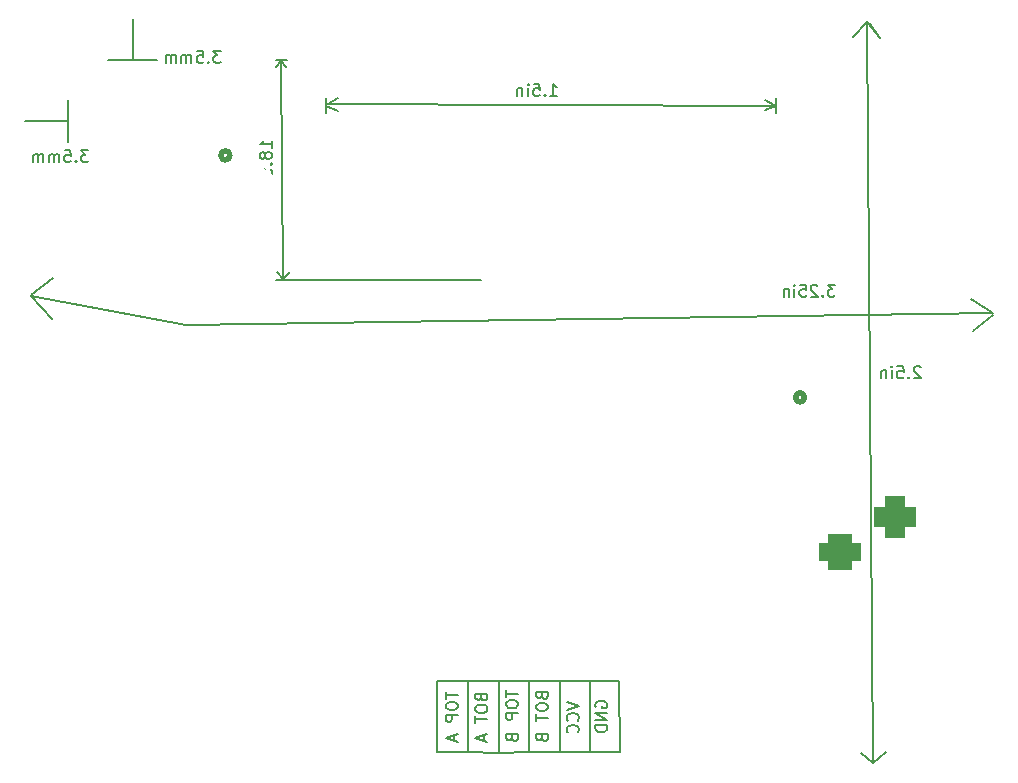
<source format=gbo>
G04 #@! TF.GenerationSoftware,KiCad,Pcbnew,8.0.4*
G04 #@! TF.CreationDate,2024-11-20T17:04:54-05:00*
G04 #@! TF.ProjectId,big_hbridge,6269675f-6862-4726-9964-67652e6b6963,rev?*
G04 #@! TF.SameCoordinates,Original*
G04 #@! TF.FileFunction,Legend,Bot*
G04 #@! TF.FilePolarity,Positive*
%FSLAX46Y46*%
G04 Gerber Fmt 4.6, Leading zero omitted, Abs format (unit mm)*
G04 Created by KiCad (PCBNEW 8.0.4) date 2024-11-20 17:04:54*
%MOMM*%
%LPD*%
G01*
G04 APERTURE LIST*
G04 Aperture macros list*
%AMRoundRect*
0 Rectangle with rounded corners*
0 $1 Rounding radius*
0 $2 $3 $4 $5 $6 $7 $8 $9 X,Y pos of 4 corners*
0 Add a 4 corners polygon primitive as box body*
4,1,4,$2,$3,$4,$5,$6,$7,$8,$9,$2,$3,0*
0 Add four circle primitives for the rounded corners*
1,1,$1+$1,$2,$3*
1,1,$1+$1,$4,$5*
1,1,$1+$1,$6,$7*
1,1,$1+$1,$8,$9*
0 Add four rect primitives between the rounded corners*
20,1,$1+$1,$2,$3,$4,$5,0*
20,1,$1+$1,$4,$5,$6,$7,0*
20,1,$1+$1,$6,$7,$8,$9,0*
20,1,$1+$1,$8,$9,$2,$3,0*%
G04 Aperture macros list end*
%ADD10C,0.150000*%
%ADD11C,0.508000*%
%ADD12O,4.000000X5.500000*%
%ADD13R,3.500000X3.500000*%
%ADD14RoundRect,0.750000X1.000000X-0.750000X1.000000X0.750000X-1.000000X0.750000X-1.000000X-0.750000X0*%
%ADD15RoundRect,0.875000X0.875000X-0.875000X0.875000X0.875000X-0.875000X0.875000X-0.875000X-0.875000X0*%
%ADD16C,2.000000*%
%ADD17R,1.700000X1.700000*%
%ADD18O,1.700000X1.700000*%
%ADD19C,6.000000*%
G04 APERTURE END LIST*
D10*
X71800000Y-63100000D02*
X72900000Y-62100000D01*
X21800000Y-22100000D02*
X21300000Y-21500000D01*
X9100000Y-3500000D02*
X9100000Y-100000D01*
X21200000Y-22200000D02*
X38600000Y-22200000D01*
X63600000Y-8000000D02*
X63600000Y-6800000D01*
X7000000Y-3500000D02*
X11200000Y-3500000D01*
X21700000Y-3500000D02*
X21800000Y-22100000D01*
X72400000Y-1700000D02*
X71300000Y-300000D01*
X71500000Y-500000D02*
X72400000Y-1700000D01*
X34850000Y-56100000D02*
X34900000Y-62150000D01*
X42700000Y-62150000D02*
X42650000Y-56150000D01*
X37500000Y-56100000D02*
X40100000Y-56100000D01*
X40100000Y-62200000D02*
X37500000Y-62150000D01*
X34850000Y-56100000D02*
X37500000Y-56100000D01*
X63600000Y-7400000D02*
X62600000Y-6900000D01*
X22200000Y-3500000D02*
X21200000Y-3500000D01*
X71800000Y-63100000D02*
X71300000Y-300000D01*
X70100000Y-1600000D02*
X71300000Y-300000D01*
X50350000Y-62150000D02*
X47800000Y-62150000D01*
X37500000Y-62150000D02*
X37500000Y-56100000D01*
X13600000Y-26000000D02*
X81900000Y-25000000D01*
X40100000Y-56100000D02*
X40100000Y-62200000D01*
X13600000Y-26000000D02*
X500000Y-23500000D01*
X21700000Y-3600000D02*
X22100000Y-4100000D01*
X25500000Y-7400000D02*
X26500000Y-7900000D01*
X25500000Y-7300000D02*
X63600000Y-7400000D01*
X21800000Y-22100000D02*
X22400000Y-21500000D01*
X40100000Y-56100000D02*
X42650000Y-56150000D01*
X34900000Y-62150000D02*
X37500000Y-62150000D01*
X47800000Y-56150000D02*
X50250000Y-56150000D01*
X475000Y-23400000D02*
X2325000Y-22000000D01*
X525000Y-23550000D02*
X2275000Y-25450000D01*
X45300000Y-56150000D02*
X45250000Y-62150000D01*
X45300000Y-56150000D02*
X47800000Y-56150000D01*
X42650000Y-56150000D02*
X45300000Y-56150000D01*
X50250000Y-56150000D02*
X50350000Y-62150000D01*
X25600000Y-7300000D02*
X26500000Y-6800000D01*
X25500000Y-8000000D02*
X25500000Y-6800000D01*
X81975000Y-25100000D02*
X80225000Y-26500000D01*
X21700000Y-3600000D02*
X21200000Y-4100000D01*
X45250000Y-62150000D02*
X47850000Y-62150000D01*
X71800000Y-63100000D02*
X70800000Y-62200000D01*
X47800000Y-62150000D02*
X47800000Y-56150000D01*
X63600000Y-7400000D02*
X62600000Y-7800000D01*
X3600000Y-6900000D02*
X3600000Y-10500000D01*
X45250000Y-62150000D02*
X42700000Y-62150000D01*
X40100000Y-62200000D02*
X42700000Y-62150000D01*
X81925000Y-25000000D02*
X80075000Y-23800000D01*
X3600000Y-8700000D02*
X0Y-8700000D01*
X16558458Y-2769819D02*
X15939411Y-2769819D01*
X15939411Y-2769819D02*
X16272744Y-3150771D01*
X16272744Y-3150771D02*
X16129887Y-3150771D01*
X16129887Y-3150771D02*
X16034649Y-3198390D01*
X16034649Y-3198390D02*
X15987030Y-3246009D01*
X15987030Y-3246009D02*
X15939411Y-3341247D01*
X15939411Y-3341247D02*
X15939411Y-3579342D01*
X15939411Y-3579342D02*
X15987030Y-3674580D01*
X15987030Y-3674580D02*
X16034649Y-3722200D01*
X16034649Y-3722200D02*
X16129887Y-3769819D01*
X16129887Y-3769819D02*
X16415601Y-3769819D01*
X16415601Y-3769819D02*
X16510839Y-3722200D01*
X16510839Y-3722200D02*
X16558458Y-3674580D01*
X15510839Y-3674580D02*
X15463220Y-3722200D01*
X15463220Y-3722200D02*
X15510839Y-3769819D01*
X15510839Y-3769819D02*
X15558458Y-3722200D01*
X15558458Y-3722200D02*
X15510839Y-3674580D01*
X15510839Y-3674580D02*
X15510839Y-3769819D01*
X14558459Y-2769819D02*
X15034649Y-2769819D01*
X15034649Y-2769819D02*
X15082268Y-3246009D01*
X15082268Y-3246009D02*
X15034649Y-3198390D01*
X15034649Y-3198390D02*
X14939411Y-3150771D01*
X14939411Y-3150771D02*
X14701316Y-3150771D01*
X14701316Y-3150771D02*
X14606078Y-3198390D01*
X14606078Y-3198390D02*
X14558459Y-3246009D01*
X14558459Y-3246009D02*
X14510840Y-3341247D01*
X14510840Y-3341247D02*
X14510840Y-3579342D01*
X14510840Y-3579342D02*
X14558459Y-3674580D01*
X14558459Y-3674580D02*
X14606078Y-3722200D01*
X14606078Y-3722200D02*
X14701316Y-3769819D01*
X14701316Y-3769819D02*
X14939411Y-3769819D01*
X14939411Y-3769819D02*
X15034649Y-3722200D01*
X15034649Y-3722200D02*
X15082268Y-3674580D01*
X14082268Y-3769819D02*
X14082268Y-3103152D01*
X14082268Y-3198390D02*
X14034649Y-3150771D01*
X14034649Y-3150771D02*
X13939411Y-3103152D01*
X13939411Y-3103152D02*
X13796554Y-3103152D01*
X13796554Y-3103152D02*
X13701316Y-3150771D01*
X13701316Y-3150771D02*
X13653697Y-3246009D01*
X13653697Y-3246009D02*
X13653697Y-3769819D01*
X13653697Y-3246009D02*
X13606078Y-3150771D01*
X13606078Y-3150771D02*
X13510840Y-3103152D01*
X13510840Y-3103152D02*
X13367983Y-3103152D01*
X13367983Y-3103152D02*
X13272744Y-3150771D01*
X13272744Y-3150771D02*
X13225125Y-3246009D01*
X13225125Y-3246009D02*
X13225125Y-3769819D01*
X12748935Y-3769819D02*
X12748935Y-3103152D01*
X12748935Y-3198390D02*
X12701316Y-3150771D01*
X12701316Y-3150771D02*
X12606078Y-3103152D01*
X12606078Y-3103152D02*
X12463221Y-3103152D01*
X12463221Y-3103152D02*
X12367983Y-3150771D01*
X12367983Y-3150771D02*
X12320364Y-3246009D01*
X12320364Y-3246009D02*
X12320364Y-3769819D01*
X12320364Y-3246009D02*
X12272745Y-3150771D01*
X12272745Y-3150771D02*
X12177507Y-3103152D01*
X12177507Y-3103152D02*
X12034650Y-3103152D01*
X12034650Y-3103152D02*
X11939411Y-3150771D01*
X11939411Y-3150771D02*
X11891792Y-3246009D01*
X11891792Y-3246009D02*
X11891792Y-3769819D01*
X35619819Y-57043922D02*
X35619819Y-57615350D01*
X36619819Y-57329636D02*
X35619819Y-57329636D01*
X35619819Y-58139160D02*
X35619819Y-58329636D01*
X35619819Y-58329636D02*
X35667438Y-58424874D01*
X35667438Y-58424874D02*
X35762676Y-58520112D01*
X35762676Y-58520112D02*
X35953152Y-58567731D01*
X35953152Y-58567731D02*
X36286485Y-58567731D01*
X36286485Y-58567731D02*
X36476961Y-58520112D01*
X36476961Y-58520112D02*
X36572200Y-58424874D01*
X36572200Y-58424874D02*
X36619819Y-58329636D01*
X36619819Y-58329636D02*
X36619819Y-58139160D01*
X36619819Y-58139160D02*
X36572200Y-58043922D01*
X36572200Y-58043922D02*
X36476961Y-57948684D01*
X36476961Y-57948684D02*
X36286485Y-57901065D01*
X36286485Y-57901065D02*
X35953152Y-57901065D01*
X35953152Y-57901065D02*
X35762676Y-57948684D01*
X35762676Y-57948684D02*
X35667438Y-58043922D01*
X35667438Y-58043922D02*
X35619819Y-58139160D01*
X36619819Y-58996303D02*
X35619819Y-58996303D01*
X35619819Y-58996303D02*
X35619819Y-59377255D01*
X35619819Y-59377255D02*
X35667438Y-59472493D01*
X35667438Y-59472493D02*
X35715057Y-59520112D01*
X35715057Y-59520112D02*
X35810295Y-59567731D01*
X35810295Y-59567731D02*
X35953152Y-59567731D01*
X35953152Y-59567731D02*
X36048390Y-59520112D01*
X36048390Y-59520112D02*
X36096009Y-59472493D01*
X36096009Y-59472493D02*
X36143628Y-59377255D01*
X36143628Y-59377255D02*
X36143628Y-58996303D01*
X36334104Y-60710589D02*
X36334104Y-61186779D01*
X36619819Y-60615351D02*
X35619819Y-60948684D01*
X35619819Y-60948684D02*
X36619819Y-61282017D01*
X45869819Y-57893922D02*
X46869819Y-58227255D01*
X46869819Y-58227255D02*
X45869819Y-58560588D01*
X46774580Y-59465350D02*
X46822200Y-59417731D01*
X46822200Y-59417731D02*
X46869819Y-59274874D01*
X46869819Y-59274874D02*
X46869819Y-59179636D01*
X46869819Y-59179636D02*
X46822200Y-59036779D01*
X46822200Y-59036779D02*
X46726961Y-58941541D01*
X46726961Y-58941541D02*
X46631723Y-58893922D01*
X46631723Y-58893922D02*
X46441247Y-58846303D01*
X46441247Y-58846303D02*
X46298390Y-58846303D01*
X46298390Y-58846303D02*
X46107914Y-58893922D01*
X46107914Y-58893922D02*
X46012676Y-58941541D01*
X46012676Y-58941541D02*
X45917438Y-59036779D01*
X45917438Y-59036779D02*
X45869819Y-59179636D01*
X45869819Y-59179636D02*
X45869819Y-59274874D01*
X45869819Y-59274874D02*
X45917438Y-59417731D01*
X45917438Y-59417731D02*
X45965057Y-59465350D01*
X46774580Y-60465350D02*
X46822200Y-60417731D01*
X46822200Y-60417731D02*
X46869819Y-60274874D01*
X46869819Y-60274874D02*
X46869819Y-60179636D01*
X46869819Y-60179636D02*
X46822200Y-60036779D01*
X46822200Y-60036779D02*
X46726961Y-59941541D01*
X46726961Y-59941541D02*
X46631723Y-59893922D01*
X46631723Y-59893922D02*
X46441247Y-59846303D01*
X46441247Y-59846303D02*
X46298390Y-59846303D01*
X46298390Y-59846303D02*
X46107914Y-59893922D01*
X46107914Y-59893922D02*
X46012676Y-59941541D01*
X46012676Y-59941541D02*
X45917438Y-60036779D01*
X45917438Y-60036779D02*
X45869819Y-60179636D01*
X45869819Y-60179636D02*
X45869819Y-60274874D01*
X45869819Y-60274874D02*
X45917438Y-60417731D01*
X45917438Y-60417731D02*
X45965057Y-60465350D01*
X40719819Y-56893922D02*
X40719819Y-57465350D01*
X41719819Y-57179636D02*
X40719819Y-57179636D01*
X40719819Y-57989160D02*
X40719819Y-58179636D01*
X40719819Y-58179636D02*
X40767438Y-58274874D01*
X40767438Y-58274874D02*
X40862676Y-58370112D01*
X40862676Y-58370112D02*
X41053152Y-58417731D01*
X41053152Y-58417731D02*
X41386485Y-58417731D01*
X41386485Y-58417731D02*
X41576961Y-58370112D01*
X41576961Y-58370112D02*
X41672200Y-58274874D01*
X41672200Y-58274874D02*
X41719819Y-58179636D01*
X41719819Y-58179636D02*
X41719819Y-57989160D01*
X41719819Y-57989160D02*
X41672200Y-57893922D01*
X41672200Y-57893922D02*
X41576961Y-57798684D01*
X41576961Y-57798684D02*
X41386485Y-57751065D01*
X41386485Y-57751065D02*
X41053152Y-57751065D01*
X41053152Y-57751065D02*
X40862676Y-57798684D01*
X40862676Y-57798684D02*
X40767438Y-57893922D01*
X40767438Y-57893922D02*
X40719819Y-57989160D01*
X41719819Y-58846303D02*
X40719819Y-58846303D01*
X40719819Y-58846303D02*
X40719819Y-59227255D01*
X40719819Y-59227255D02*
X40767438Y-59322493D01*
X40767438Y-59322493D02*
X40815057Y-59370112D01*
X40815057Y-59370112D02*
X40910295Y-59417731D01*
X40910295Y-59417731D02*
X41053152Y-59417731D01*
X41053152Y-59417731D02*
X41148390Y-59370112D01*
X41148390Y-59370112D02*
X41196009Y-59322493D01*
X41196009Y-59322493D02*
X41243628Y-59227255D01*
X41243628Y-59227255D02*
X41243628Y-58846303D01*
X41196009Y-60941541D02*
X41243628Y-61084398D01*
X41243628Y-61084398D02*
X41291247Y-61132017D01*
X41291247Y-61132017D02*
X41386485Y-61179636D01*
X41386485Y-61179636D02*
X41529342Y-61179636D01*
X41529342Y-61179636D02*
X41624580Y-61132017D01*
X41624580Y-61132017D02*
X41672200Y-61084398D01*
X41672200Y-61084398D02*
X41719819Y-60989160D01*
X41719819Y-60989160D02*
X41719819Y-60608208D01*
X41719819Y-60608208D02*
X40719819Y-60608208D01*
X40719819Y-60608208D02*
X40719819Y-60941541D01*
X40719819Y-60941541D02*
X40767438Y-61036779D01*
X40767438Y-61036779D02*
X40815057Y-61084398D01*
X40815057Y-61084398D02*
X40910295Y-61132017D01*
X40910295Y-61132017D02*
X41005533Y-61132017D01*
X41005533Y-61132017D02*
X41100771Y-61084398D01*
X41100771Y-61084398D02*
X41148390Y-61036779D01*
X41148390Y-61036779D02*
X41196009Y-60941541D01*
X41196009Y-60941541D02*
X41196009Y-60608208D01*
X5358458Y-11169819D02*
X4739411Y-11169819D01*
X4739411Y-11169819D02*
X5072744Y-11550771D01*
X5072744Y-11550771D02*
X4929887Y-11550771D01*
X4929887Y-11550771D02*
X4834649Y-11598390D01*
X4834649Y-11598390D02*
X4787030Y-11646009D01*
X4787030Y-11646009D02*
X4739411Y-11741247D01*
X4739411Y-11741247D02*
X4739411Y-11979342D01*
X4739411Y-11979342D02*
X4787030Y-12074580D01*
X4787030Y-12074580D02*
X4834649Y-12122200D01*
X4834649Y-12122200D02*
X4929887Y-12169819D01*
X4929887Y-12169819D02*
X5215601Y-12169819D01*
X5215601Y-12169819D02*
X5310839Y-12122200D01*
X5310839Y-12122200D02*
X5358458Y-12074580D01*
X4310839Y-12074580D02*
X4263220Y-12122200D01*
X4263220Y-12122200D02*
X4310839Y-12169819D01*
X4310839Y-12169819D02*
X4358458Y-12122200D01*
X4358458Y-12122200D02*
X4310839Y-12074580D01*
X4310839Y-12074580D02*
X4310839Y-12169819D01*
X3358459Y-11169819D02*
X3834649Y-11169819D01*
X3834649Y-11169819D02*
X3882268Y-11646009D01*
X3882268Y-11646009D02*
X3834649Y-11598390D01*
X3834649Y-11598390D02*
X3739411Y-11550771D01*
X3739411Y-11550771D02*
X3501316Y-11550771D01*
X3501316Y-11550771D02*
X3406078Y-11598390D01*
X3406078Y-11598390D02*
X3358459Y-11646009D01*
X3358459Y-11646009D02*
X3310840Y-11741247D01*
X3310840Y-11741247D02*
X3310840Y-11979342D01*
X3310840Y-11979342D02*
X3358459Y-12074580D01*
X3358459Y-12074580D02*
X3406078Y-12122200D01*
X3406078Y-12122200D02*
X3501316Y-12169819D01*
X3501316Y-12169819D02*
X3739411Y-12169819D01*
X3739411Y-12169819D02*
X3834649Y-12122200D01*
X3834649Y-12122200D02*
X3882268Y-12074580D01*
X2882268Y-12169819D02*
X2882268Y-11503152D01*
X2882268Y-11598390D02*
X2834649Y-11550771D01*
X2834649Y-11550771D02*
X2739411Y-11503152D01*
X2739411Y-11503152D02*
X2596554Y-11503152D01*
X2596554Y-11503152D02*
X2501316Y-11550771D01*
X2501316Y-11550771D02*
X2453697Y-11646009D01*
X2453697Y-11646009D02*
X2453697Y-12169819D01*
X2453697Y-11646009D02*
X2406078Y-11550771D01*
X2406078Y-11550771D02*
X2310840Y-11503152D01*
X2310840Y-11503152D02*
X2167983Y-11503152D01*
X2167983Y-11503152D02*
X2072744Y-11550771D01*
X2072744Y-11550771D02*
X2025125Y-11646009D01*
X2025125Y-11646009D02*
X2025125Y-12169819D01*
X1548935Y-12169819D02*
X1548935Y-11503152D01*
X1548935Y-11598390D02*
X1501316Y-11550771D01*
X1501316Y-11550771D02*
X1406078Y-11503152D01*
X1406078Y-11503152D02*
X1263221Y-11503152D01*
X1263221Y-11503152D02*
X1167983Y-11550771D01*
X1167983Y-11550771D02*
X1120364Y-11646009D01*
X1120364Y-11646009D02*
X1120364Y-12169819D01*
X1120364Y-11646009D02*
X1072745Y-11550771D01*
X1072745Y-11550771D02*
X977507Y-11503152D01*
X977507Y-11503152D02*
X834650Y-11503152D01*
X834650Y-11503152D02*
X739411Y-11550771D01*
X739411Y-11550771D02*
X691792Y-11646009D01*
X691792Y-11646009D02*
X691792Y-12169819D01*
X68558458Y-22569819D02*
X67939411Y-22569819D01*
X67939411Y-22569819D02*
X68272744Y-22950771D01*
X68272744Y-22950771D02*
X68129887Y-22950771D01*
X68129887Y-22950771D02*
X68034649Y-22998390D01*
X68034649Y-22998390D02*
X67987030Y-23046009D01*
X67987030Y-23046009D02*
X67939411Y-23141247D01*
X67939411Y-23141247D02*
X67939411Y-23379342D01*
X67939411Y-23379342D02*
X67987030Y-23474580D01*
X67987030Y-23474580D02*
X68034649Y-23522200D01*
X68034649Y-23522200D02*
X68129887Y-23569819D01*
X68129887Y-23569819D02*
X68415601Y-23569819D01*
X68415601Y-23569819D02*
X68510839Y-23522200D01*
X68510839Y-23522200D02*
X68558458Y-23474580D01*
X67510839Y-23474580D02*
X67463220Y-23522200D01*
X67463220Y-23522200D02*
X67510839Y-23569819D01*
X67510839Y-23569819D02*
X67558458Y-23522200D01*
X67558458Y-23522200D02*
X67510839Y-23474580D01*
X67510839Y-23474580D02*
X67510839Y-23569819D01*
X67082268Y-22665057D02*
X67034649Y-22617438D01*
X67034649Y-22617438D02*
X66939411Y-22569819D01*
X66939411Y-22569819D02*
X66701316Y-22569819D01*
X66701316Y-22569819D02*
X66606078Y-22617438D01*
X66606078Y-22617438D02*
X66558459Y-22665057D01*
X66558459Y-22665057D02*
X66510840Y-22760295D01*
X66510840Y-22760295D02*
X66510840Y-22855533D01*
X66510840Y-22855533D02*
X66558459Y-22998390D01*
X66558459Y-22998390D02*
X67129887Y-23569819D01*
X67129887Y-23569819D02*
X66510840Y-23569819D01*
X65606078Y-22569819D02*
X66082268Y-22569819D01*
X66082268Y-22569819D02*
X66129887Y-23046009D01*
X66129887Y-23046009D02*
X66082268Y-22998390D01*
X66082268Y-22998390D02*
X65987030Y-22950771D01*
X65987030Y-22950771D02*
X65748935Y-22950771D01*
X65748935Y-22950771D02*
X65653697Y-22998390D01*
X65653697Y-22998390D02*
X65606078Y-23046009D01*
X65606078Y-23046009D02*
X65558459Y-23141247D01*
X65558459Y-23141247D02*
X65558459Y-23379342D01*
X65558459Y-23379342D02*
X65606078Y-23474580D01*
X65606078Y-23474580D02*
X65653697Y-23522200D01*
X65653697Y-23522200D02*
X65748935Y-23569819D01*
X65748935Y-23569819D02*
X65987030Y-23569819D01*
X65987030Y-23569819D02*
X66082268Y-23522200D01*
X66082268Y-23522200D02*
X66129887Y-23474580D01*
X65129887Y-23569819D02*
X65129887Y-22903152D01*
X65129887Y-22569819D02*
X65177506Y-22617438D01*
X65177506Y-22617438D02*
X65129887Y-22665057D01*
X65129887Y-22665057D02*
X65082268Y-22617438D01*
X65082268Y-22617438D02*
X65129887Y-22569819D01*
X65129887Y-22569819D02*
X65129887Y-22665057D01*
X64653697Y-22903152D02*
X64653697Y-23569819D01*
X64653697Y-22998390D02*
X64606078Y-22950771D01*
X64606078Y-22950771D02*
X64510840Y-22903152D01*
X64510840Y-22903152D02*
X64367983Y-22903152D01*
X64367983Y-22903152D02*
X64272745Y-22950771D01*
X64272745Y-22950771D02*
X64225126Y-23046009D01*
X64225126Y-23046009D02*
X64225126Y-23569819D01*
X44439411Y-6569819D02*
X45010839Y-6569819D01*
X44725125Y-6569819D02*
X44725125Y-5569819D01*
X44725125Y-5569819D02*
X44820363Y-5712676D01*
X44820363Y-5712676D02*
X44915601Y-5807914D01*
X44915601Y-5807914D02*
X45010839Y-5855533D01*
X44010839Y-6474580D02*
X43963220Y-6522200D01*
X43963220Y-6522200D02*
X44010839Y-6569819D01*
X44010839Y-6569819D02*
X44058458Y-6522200D01*
X44058458Y-6522200D02*
X44010839Y-6474580D01*
X44010839Y-6474580D02*
X44010839Y-6569819D01*
X43058459Y-5569819D02*
X43534649Y-5569819D01*
X43534649Y-5569819D02*
X43582268Y-6046009D01*
X43582268Y-6046009D02*
X43534649Y-5998390D01*
X43534649Y-5998390D02*
X43439411Y-5950771D01*
X43439411Y-5950771D02*
X43201316Y-5950771D01*
X43201316Y-5950771D02*
X43106078Y-5998390D01*
X43106078Y-5998390D02*
X43058459Y-6046009D01*
X43058459Y-6046009D02*
X43010840Y-6141247D01*
X43010840Y-6141247D02*
X43010840Y-6379342D01*
X43010840Y-6379342D02*
X43058459Y-6474580D01*
X43058459Y-6474580D02*
X43106078Y-6522200D01*
X43106078Y-6522200D02*
X43201316Y-6569819D01*
X43201316Y-6569819D02*
X43439411Y-6569819D01*
X43439411Y-6569819D02*
X43534649Y-6522200D01*
X43534649Y-6522200D02*
X43582268Y-6474580D01*
X42582268Y-6569819D02*
X42582268Y-5903152D01*
X42582268Y-5569819D02*
X42629887Y-5617438D01*
X42629887Y-5617438D02*
X42582268Y-5665057D01*
X42582268Y-5665057D02*
X42534649Y-5617438D01*
X42534649Y-5617438D02*
X42582268Y-5569819D01*
X42582268Y-5569819D02*
X42582268Y-5665057D01*
X42106078Y-5903152D02*
X42106078Y-6569819D01*
X42106078Y-5998390D02*
X42058459Y-5950771D01*
X42058459Y-5950771D02*
X41963221Y-5903152D01*
X41963221Y-5903152D02*
X41820364Y-5903152D01*
X41820364Y-5903152D02*
X41725126Y-5950771D01*
X41725126Y-5950771D02*
X41677507Y-6046009D01*
X41677507Y-6046009D02*
X41677507Y-6569819D01*
X48317438Y-58360588D02*
X48269819Y-58265350D01*
X48269819Y-58265350D02*
X48269819Y-58122493D01*
X48269819Y-58122493D02*
X48317438Y-57979636D01*
X48317438Y-57979636D02*
X48412676Y-57884398D01*
X48412676Y-57884398D02*
X48507914Y-57836779D01*
X48507914Y-57836779D02*
X48698390Y-57789160D01*
X48698390Y-57789160D02*
X48841247Y-57789160D01*
X48841247Y-57789160D02*
X49031723Y-57836779D01*
X49031723Y-57836779D02*
X49126961Y-57884398D01*
X49126961Y-57884398D02*
X49222200Y-57979636D01*
X49222200Y-57979636D02*
X49269819Y-58122493D01*
X49269819Y-58122493D02*
X49269819Y-58217731D01*
X49269819Y-58217731D02*
X49222200Y-58360588D01*
X49222200Y-58360588D02*
X49174580Y-58408207D01*
X49174580Y-58408207D02*
X48841247Y-58408207D01*
X48841247Y-58408207D02*
X48841247Y-58217731D01*
X49269819Y-58836779D02*
X48269819Y-58836779D01*
X48269819Y-58836779D02*
X49269819Y-59408207D01*
X49269819Y-59408207D02*
X48269819Y-59408207D01*
X49269819Y-59884398D02*
X48269819Y-59884398D01*
X48269819Y-59884398D02*
X48269819Y-60122493D01*
X48269819Y-60122493D02*
X48317438Y-60265350D01*
X48317438Y-60265350D02*
X48412676Y-60360588D01*
X48412676Y-60360588D02*
X48507914Y-60408207D01*
X48507914Y-60408207D02*
X48698390Y-60455826D01*
X48698390Y-60455826D02*
X48841247Y-60455826D01*
X48841247Y-60455826D02*
X49031723Y-60408207D01*
X49031723Y-60408207D02*
X49126961Y-60360588D01*
X49126961Y-60360588D02*
X49222200Y-60265350D01*
X49222200Y-60265350D02*
X49269819Y-60122493D01*
X49269819Y-60122493D02*
X49269819Y-59884398D01*
X43746009Y-57370112D02*
X43793628Y-57512969D01*
X43793628Y-57512969D02*
X43841247Y-57560588D01*
X43841247Y-57560588D02*
X43936485Y-57608207D01*
X43936485Y-57608207D02*
X44079342Y-57608207D01*
X44079342Y-57608207D02*
X44174580Y-57560588D01*
X44174580Y-57560588D02*
X44222200Y-57512969D01*
X44222200Y-57512969D02*
X44269819Y-57417731D01*
X44269819Y-57417731D02*
X44269819Y-57036779D01*
X44269819Y-57036779D02*
X43269819Y-57036779D01*
X43269819Y-57036779D02*
X43269819Y-57370112D01*
X43269819Y-57370112D02*
X43317438Y-57465350D01*
X43317438Y-57465350D02*
X43365057Y-57512969D01*
X43365057Y-57512969D02*
X43460295Y-57560588D01*
X43460295Y-57560588D02*
X43555533Y-57560588D01*
X43555533Y-57560588D02*
X43650771Y-57512969D01*
X43650771Y-57512969D02*
X43698390Y-57465350D01*
X43698390Y-57465350D02*
X43746009Y-57370112D01*
X43746009Y-57370112D02*
X43746009Y-57036779D01*
X43269819Y-58227255D02*
X43269819Y-58417731D01*
X43269819Y-58417731D02*
X43317438Y-58512969D01*
X43317438Y-58512969D02*
X43412676Y-58608207D01*
X43412676Y-58608207D02*
X43603152Y-58655826D01*
X43603152Y-58655826D02*
X43936485Y-58655826D01*
X43936485Y-58655826D02*
X44126961Y-58608207D01*
X44126961Y-58608207D02*
X44222200Y-58512969D01*
X44222200Y-58512969D02*
X44269819Y-58417731D01*
X44269819Y-58417731D02*
X44269819Y-58227255D01*
X44269819Y-58227255D02*
X44222200Y-58132017D01*
X44222200Y-58132017D02*
X44126961Y-58036779D01*
X44126961Y-58036779D02*
X43936485Y-57989160D01*
X43936485Y-57989160D02*
X43603152Y-57989160D01*
X43603152Y-57989160D02*
X43412676Y-58036779D01*
X43412676Y-58036779D02*
X43317438Y-58132017D01*
X43317438Y-58132017D02*
X43269819Y-58227255D01*
X43269819Y-58941541D02*
X43269819Y-59512969D01*
X44269819Y-59227255D02*
X43269819Y-59227255D01*
X43746009Y-60941541D02*
X43793628Y-61084398D01*
X43793628Y-61084398D02*
X43841247Y-61132017D01*
X43841247Y-61132017D02*
X43936485Y-61179636D01*
X43936485Y-61179636D02*
X44079342Y-61179636D01*
X44079342Y-61179636D02*
X44174580Y-61132017D01*
X44174580Y-61132017D02*
X44222200Y-61084398D01*
X44222200Y-61084398D02*
X44269819Y-60989160D01*
X44269819Y-60989160D02*
X44269819Y-60608208D01*
X44269819Y-60608208D02*
X43269819Y-60608208D01*
X43269819Y-60608208D02*
X43269819Y-60941541D01*
X43269819Y-60941541D02*
X43317438Y-61036779D01*
X43317438Y-61036779D02*
X43365057Y-61084398D01*
X43365057Y-61084398D02*
X43460295Y-61132017D01*
X43460295Y-61132017D02*
X43555533Y-61132017D01*
X43555533Y-61132017D02*
X43650771Y-61084398D01*
X43650771Y-61084398D02*
X43698390Y-61036779D01*
X43698390Y-61036779D02*
X43746009Y-60941541D01*
X43746009Y-60941541D02*
X43746009Y-60608208D01*
X20869819Y-10960588D02*
X20869819Y-10389160D01*
X20869819Y-10674874D02*
X19869819Y-10674874D01*
X19869819Y-10674874D02*
X20012676Y-10579636D01*
X20012676Y-10579636D02*
X20107914Y-10484398D01*
X20107914Y-10484398D02*
X20155533Y-10389160D01*
X20298390Y-11532017D02*
X20250771Y-11436779D01*
X20250771Y-11436779D02*
X20203152Y-11389160D01*
X20203152Y-11389160D02*
X20107914Y-11341541D01*
X20107914Y-11341541D02*
X20060295Y-11341541D01*
X20060295Y-11341541D02*
X19965057Y-11389160D01*
X19965057Y-11389160D02*
X19917438Y-11436779D01*
X19917438Y-11436779D02*
X19869819Y-11532017D01*
X19869819Y-11532017D02*
X19869819Y-11722493D01*
X19869819Y-11722493D02*
X19917438Y-11817731D01*
X19917438Y-11817731D02*
X19965057Y-11865350D01*
X19965057Y-11865350D02*
X20060295Y-11912969D01*
X20060295Y-11912969D02*
X20107914Y-11912969D01*
X20107914Y-11912969D02*
X20203152Y-11865350D01*
X20203152Y-11865350D02*
X20250771Y-11817731D01*
X20250771Y-11817731D02*
X20298390Y-11722493D01*
X20298390Y-11722493D02*
X20298390Y-11532017D01*
X20298390Y-11532017D02*
X20346009Y-11436779D01*
X20346009Y-11436779D02*
X20393628Y-11389160D01*
X20393628Y-11389160D02*
X20488866Y-11341541D01*
X20488866Y-11341541D02*
X20679342Y-11341541D01*
X20679342Y-11341541D02*
X20774580Y-11389160D01*
X20774580Y-11389160D02*
X20822200Y-11436779D01*
X20822200Y-11436779D02*
X20869819Y-11532017D01*
X20869819Y-11532017D02*
X20869819Y-11722493D01*
X20869819Y-11722493D02*
X20822200Y-11817731D01*
X20822200Y-11817731D02*
X20774580Y-11865350D01*
X20774580Y-11865350D02*
X20679342Y-11912969D01*
X20679342Y-11912969D02*
X20488866Y-11912969D01*
X20488866Y-11912969D02*
X20393628Y-11865350D01*
X20393628Y-11865350D02*
X20346009Y-11817731D01*
X20346009Y-11817731D02*
X20298390Y-11722493D01*
X20774580Y-12341541D02*
X20822200Y-12389160D01*
X20822200Y-12389160D02*
X20869819Y-12341541D01*
X20869819Y-12341541D02*
X20822200Y-12293922D01*
X20822200Y-12293922D02*
X20774580Y-12341541D01*
X20774580Y-12341541D02*
X20869819Y-12341541D01*
X19869819Y-13293921D02*
X19869819Y-12817731D01*
X19869819Y-12817731D02*
X20346009Y-12770112D01*
X20346009Y-12770112D02*
X20298390Y-12817731D01*
X20298390Y-12817731D02*
X20250771Y-12912969D01*
X20250771Y-12912969D02*
X20250771Y-13151064D01*
X20250771Y-13151064D02*
X20298390Y-13246302D01*
X20298390Y-13246302D02*
X20346009Y-13293921D01*
X20346009Y-13293921D02*
X20441247Y-13341540D01*
X20441247Y-13341540D02*
X20679342Y-13341540D01*
X20679342Y-13341540D02*
X20774580Y-13293921D01*
X20774580Y-13293921D02*
X20822200Y-13246302D01*
X20822200Y-13246302D02*
X20869819Y-13151064D01*
X20869819Y-13151064D02*
X20869819Y-12912969D01*
X20869819Y-12912969D02*
X20822200Y-12817731D01*
X20822200Y-12817731D02*
X20774580Y-12770112D01*
X20869819Y-13770112D02*
X20203152Y-13770112D01*
X20298390Y-13770112D02*
X20250771Y-13817731D01*
X20250771Y-13817731D02*
X20203152Y-13912969D01*
X20203152Y-13912969D02*
X20203152Y-14055826D01*
X20203152Y-14055826D02*
X20250771Y-14151064D01*
X20250771Y-14151064D02*
X20346009Y-14198683D01*
X20346009Y-14198683D02*
X20869819Y-14198683D01*
X20346009Y-14198683D02*
X20250771Y-14246302D01*
X20250771Y-14246302D02*
X20203152Y-14341540D01*
X20203152Y-14341540D02*
X20203152Y-14484397D01*
X20203152Y-14484397D02*
X20250771Y-14579636D01*
X20250771Y-14579636D02*
X20346009Y-14627255D01*
X20346009Y-14627255D02*
X20869819Y-14627255D01*
X20869819Y-15103445D02*
X20203152Y-15103445D01*
X20298390Y-15103445D02*
X20250771Y-15151064D01*
X20250771Y-15151064D02*
X20203152Y-15246302D01*
X20203152Y-15246302D02*
X20203152Y-15389159D01*
X20203152Y-15389159D02*
X20250771Y-15484397D01*
X20250771Y-15484397D02*
X20346009Y-15532016D01*
X20346009Y-15532016D02*
X20869819Y-15532016D01*
X20346009Y-15532016D02*
X20250771Y-15579635D01*
X20250771Y-15579635D02*
X20203152Y-15674873D01*
X20203152Y-15674873D02*
X20203152Y-15817730D01*
X20203152Y-15817730D02*
X20250771Y-15912969D01*
X20250771Y-15912969D02*
X20346009Y-15960588D01*
X20346009Y-15960588D02*
X20869819Y-15960588D01*
X38596009Y-57520112D02*
X38643628Y-57662969D01*
X38643628Y-57662969D02*
X38691247Y-57710588D01*
X38691247Y-57710588D02*
X38786485Y-57758207D01*
X38786485Y-57758207D02*
X38929342Y-57758207D01*
X38929342Y-57758207D02*
X39024580Y-57710588D01*
X39024580Y-57710588D02*
X39072200Y-57662969D01*
X39072200Y-57662969D02*
X39119819Y-57567731D01*
X39119819Y-57567731D02*
X39119819Y-57186779D01*
X39119819Y-57186779D02*
X38119819Y-57186779D01*
X38119819Y-57186779D02*
X38119819Y-57520112D01*
X38119819Y-57520112D02*
X38167438Y-57615350D01*
X38167438Y-57615350D02*
X38215057Y-57662969D01*
X38215057Y-57662969D02*
X38310295Y-57710588D01*
X38310295Y-57710588D02*
X38405533Y-57710588D01*
X38405533Y-57710588D02*
X38500771Y-57662969D01*
X38500771Y-57662969D02*
X38548390Y-57615350D01*
X38548390Y-57615350D02*
X38596009Y-57520112D01*
X38596009Y-57520112D02*
X38596009Y-57186779D01*
X38119819Y-58377255D02*
X38119819Y-58567731D01*
X38119819Y-58567731D02*
X38167438Y-58662969D01*
X38167438Y-58662969D02*
X38262676Y-58758207D01*
X38262676Y-58758207D02*
X38453152Y-58805826D01*
X38453152Y-58805826D02*
X38786485Y-58805826D01*
X38786485Y-58805826D02*
X38976961Y-58758207D01*
X38976961Y-58758207D02*
X39072200Y-58662969D01*
X39072200Y-58662969D02*
X39119819Y-58567731D01*
X39119819Y-58567731D02*
X39119819Y-58377255D01*
X39119819Y-58377255D02*
X39072200Y-58282017D01*
X39072200Y-58282017D02*
X38976961Y-58186779D01*
X38976961Y-58186779D02*
X38786485Y-58139160D01*
X38786485Y-58139160D02*
X38453152Y-58139160D01*
X38453152Y-58139160D02*
X38262676Y-58186779D01*
X38262676Y-58186779D02*
X38167438Y-58282017D01*
X38167438Y-58282017D02*
X38119819Y-58377255D01*
X38119819Y-59091541D02*
X38119819Y-59662969D01*
X39119819Y-59377255D02*
X38119819Y-59377255D01*
X38834104Y-60710589D02*
X38834104Y-61186779D01*
X39119819Y-60615351D02*
X38119819Y-60948684D01*
X38119819Y-60948684D02*
X39119819Y-61282017D01*
X75810839Y-29565057D02*
X75763220Y-29517438D01*
X75763220Y-29517438D02*
X75667982Y-29469819D01*
X75667982Y-29469819D02*
X75429887Y-29469819D01*
X75429887Y-29469819D02*
X75334649Y-29517438D01*
X75334649Y-29517438D02*
X75287030Y-29565057D01*
X75287030Y-29565057D02*
X75239411Y-29660295D01*
X75239411Y-29660295D02*
X75239411Y-29755533D01*
X75239411Y-29755533D02*
X75287030Y-29898390D01*
X75287030Y-29898390D02*
X75858458Y-30469819D01*
X75858458Y-30469819D02*
X75239411Y-30469819D01*
X74810839Y-30374580D02*
X74763220Y-30422200D01*
X74763220Y-30422200D02*
X74810839Y-30469819D01*
X74810839Y-30469819D02*
X74858458Y-30422200D01*
X74858458Y-30422200D02*
X74810839Y-30374580D01*
X74810839Y-30374580D02*
X74810839Y-30469819D01*
X73858459Y-29469819D02*
X74334649Y-29469819D01*
X74334649Y-29469819D02*
X74382268Y-29946009D01*
X74382268Y-29946009D02*
X74334649Y-29898390D01*
X74334649Y-29898390D02*
X74239411Y-29850771D01*
X74239411Y-29850771D02*
X74001316Y-29850771D01*
X74001316Y-29850771D02*
X73906078Y-29898390D01*
X73906078Y-29898390D02*
X73858459Y-29946009D01*
X73858459Y-29946009D02*
X73810840Y-30041247D01*
X73810840Y-30041247D02*
X73810840Y-30279342D01*
X73810840Y-30279342D02*
X73858459Y-30374580D01*
X73858459Y-30374580D02*
X73906078Y-30422200D01*
X73906078Y-30422200D02*
X74001316Y-30469819D01*
X74001316Y-30469819D02*
X74239411Y-30469819D01*
X74239411Y-30469819D02*
X74334649Y-30422200D01*
X74334649Y-30422200D02*
X74382268Y-30374580D01*
X73382268Y-30469819D02*
X73382268Y-29803152D01*
X73382268Y-29469819D02*
X73429887Y-29517438D01*
X73429887Y-29517438D02*
X73382268Y-29565057D01*
X73382268Y-29565057D02*
X73334649Y-29517438D01*
X73334649Y-29517438D02*
X73382268Y-29469819D01*
X73382268Y-29469819D02*
X73382268Y-29565057D01*
X72906078Y-29803152D02*
X72906078Y-30469819D01*
X72906078Y-29898390D02*
X72858459Y-29850771D01*
X72858459Y-29850771D02*
X72763221Y-29803152D01*
X72763221Y-29803152D02*
X72620364Y-29803152D01*
X72620364Y-29803152D02*
X72525126Y-29850771D01*
X72525126Y-29850771D02*
X72477507Y-29946009D01*
X72477507Y-29946009D02*
X72477507Y-30469819D01*
D11*
X65988671Y-32103415D02*
G75*
G02*
X65226671Y-32103415I-381000J0D01*
G01*
X65226671Y-32103415D02*
G75*
G02*
X65988671Y-32103415I381000J0D01*
G01*
X17331000Y-11619000D02*
G75*
G02*
X16569000Y-11619000I-381000J0D01*
G01*
X16569000Y-11619000D02*
G75*
G02*
X17331000Y-11619000I381000J0D01*
G01*
%LPC*%
D12*
X63157671Y-28402415D03*
X76157671Y-15722415D03*
D13*
X68950000Y-39200000D03*
D14*
X68950000Y-45200000D03*
D15*
X73650000Y-42200000D03*
D16*
X48937501Y-50537501D03*
X48937501Y-40537501D03*
D17*
X36220000Y-54800000D03*
D18*
X38760000Y-54800000D03*
X41300000Y-54800000D03*
X43840000Y-54800000D03*
X46380000Y-54800000D03*
X48920000Y-54800000D03*
D19*
X3500000Y-60000000D03*
D16*
X42400000Y-50700000D03*
X42400000Y-40700000D03*
D19*
X79050000Y-3500000D03*
X3500000Y-3500000D03*
D12*
X6400000Y-28000000D03*
X19400000Y-15320000D03*
D19*
X79050000Y-60000000D03*
X63500000Y-3500000D03*
X43180000Y-22100000D03*
X25400000Y-3500000D03*
G36*
X41143039Y-27169685D02*
G01*
X41188794Y-27222489D01*
X41200000Y-27274000D01*
X41200000Y-35176000D01*
X41180315Y-35243039D01*
X41127511Y-35288794D01*
X41076000Y-35300000D01*
X31924000Y-35300000D01*
X31856961Y-35280315D01*
X31811206Y-35227511D01*
X31800000Y-35176000D01*
X31800000Y-27274000D01*
X31819685Y-27206961D01*
X31872489Y-27161206D01*
X31924000Y-27150000D01*
X41076000Y-27150000D01*
X41143039Y-27169685D01*
G37*
G36*
X36143039Y-43019685D02*
G01*
X36188794Y-43072489D01*
X36200000Y-43124000D01*
X36200000Y-45074162D01*
X36180315Y-45141201D01*
X36127511Y-45186956D01*
X36074177Y-45198149D01*
X29522177Y-45101796D01*
X29455434Y-45081127D01*
X29410460Y-45027656D01*
X29400000Y-44977809D01*
X29400000Y-43124000D01*
X29419685Y-43056961D01*
X29472489Y-43011206D01*
X29524000Y-43000000D01*
X36076000Y-43000000D01*
X36143039Y-43019685D01*
G37*
G36*
X59093039Y-27219685D02*
G01*
X59138794Y-27272489D01*
X59150000Y-27324000D01*
X59150000Y-35026000D01*
X59130315Y-35093039D01*
X59077511Y-35138794D01*
X59026000Y-35150000D01*
X49574000Y-35150000D01*
X49506961Y-35130315D01*
X49461206Y-35077511D01*
X49450000Y-35026000D01*
X49450000Y-27324000D01*
X49469685Y-27256961D01*
X49522489Y-27211206D01*
X49574000Y-27200000D01*
X59026000Y-27200000D01*
X59093039Y-27219685D01*
G37*
G36*
X60643039Y-41719685D02*
G01*
X60688794Y-41772489D01*
X60700000Y-41824000D01*
X60700000Y-43876000D01*
X60680315Y-43943039D01*
X60627511Y-43988794D01*
X60576000Y-44000000D01*
X54024000Y-44000000D01*
X53956961Y-43980315D01*
X53911206Y-43927511D01*
X53900000Y-43876000D01*
X53900000Y-41824000D01*
X53919685Y-41756961D01*
X53972489Y-41711206D01*
X54024000Y-41700000D01*
X60576000Y-41700000D01*
X60643039Y-41719685D01*
G37*
G36*
X41143039Y-8969685D02*
G01*
X41188794Y-9022489D01*
X41200000Y-9074000D01*
X41200000Y-17326000D01*
X41180315Y-17393039D01*
X41127511Y-17438794D01*
X41076000Y-17450000D01*
X31874000Y-17450000D01*
X31806961Y-17430315D01*
X31761206Y-17377511D01*
X31750000Y-17326000D01*
X31750000Y-9074000D01*
X31769685Y-9006961D01*
X31822489Y-8961206D01*
X31874000Y-8950000D01*
X41076000Y-8950000D01*
X41143039Y-8969685D01*
G37*
G36*
X58943039Y-9219685D02*
G01*
X58988794Y-9272489D01*
X59000000Y-9324000D01*
X59000000Y-17076000D01*
X58980315Y-17143039D01*
X58927511Y-17188794D01*
X58876000Y-17200000D01*
X49474000Y-17200000D01*
X49406961Y-17180315D01*
X49361206Y-17127511D01*
X49350000Y-17076000D01*
X49350000Y-9324000D01*
X49369685Y-9256961D01*
X49422489Y-9211206D01*
X49474000Y-9200000D01*
X58876000Y-9200000D01*
X58943039Y-9219685D01*
G37*
%LPD*%
M02*

</source>
